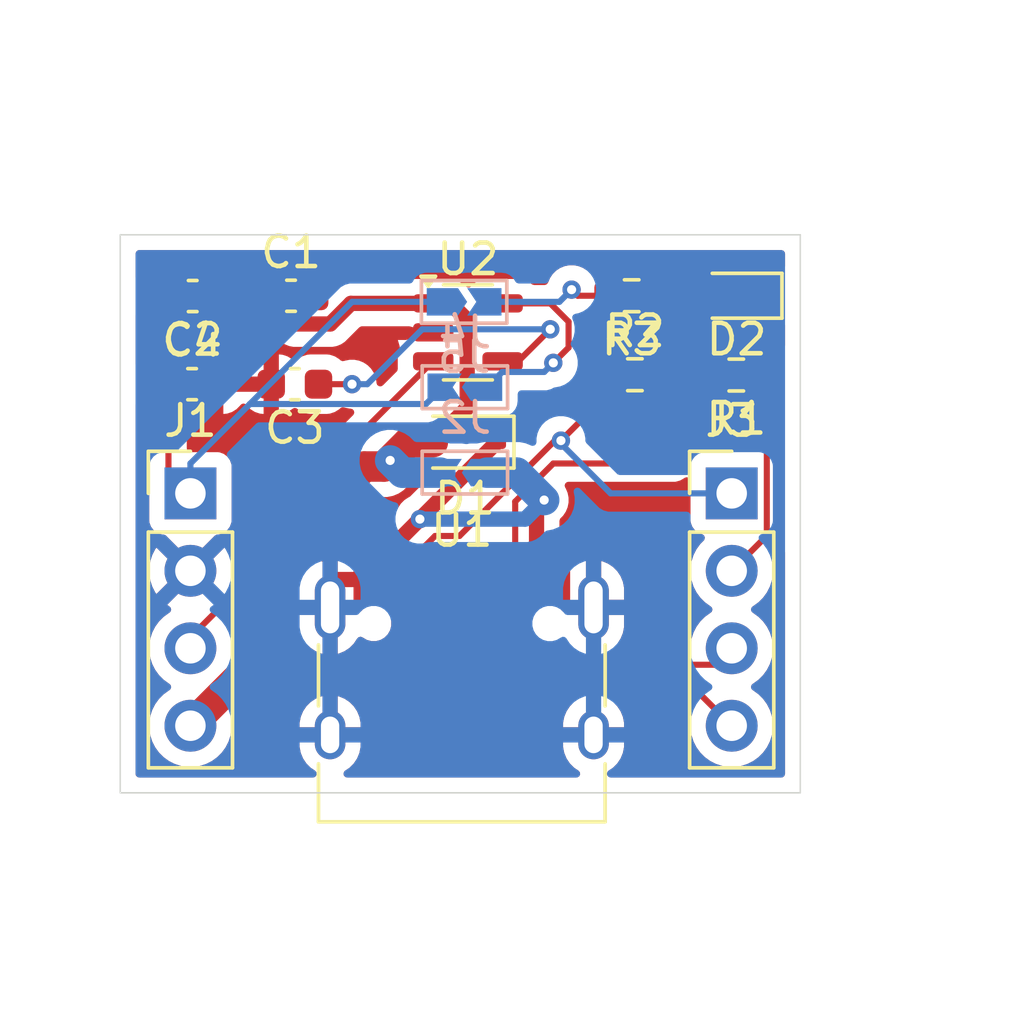
<source format=kicad_pcb>
(kicad_pcb (version 20241229) (generator "pcbnew") (generator_version "9.0")
  (layers (0 "F.Cu" signal) (2 "B.Cu" signal) (13 "F.Paste" user) (15 "B.Paste" user) (5 "F.SilkS" user "F.Silkscreen") (7 "B.SilkS" user "B.Silkscreen") (1 "F.Mask" user) (3 "B.Mask" user) (25 "Edge.Cuts" user))
  (net 0 "")
  (net 1 "5V")
  (net 2 "GND")
  (net 3 "Net-(U2-NC)")
  (net 4 "+3.3V")
  (net 5 "Net-(D1-K)")
  (net 6 "Net-(D2-A)")
  (net 7 "CE")
  (net 8 "CC2")
  (net 9 "D+")
  (net 10 "CC1")
  (net 11 "D-")
  (net 12 "Net-(J4-A)")
  (net 13 "Net-(J5-B)")
  (footprint "Capacitor_SMD:C_0603_1608Metric" (layer "F.Cu") (at 143.8 114.4)
    (property "Reference" "C1" (at 0 -1.43 0) (layer "F.SilkS"))
    (property "Value" "10u")
    (fp_line (start -0.140581 -0.51) (end 0.140581 -0.51) (stroke (width 0.12)) (layer "F.SilkS"))
    (fp_line (start -0.140581 0.51) (end 0.140581 0.51) (stroke (width 0.12)) (layer "F.SilkS"))
    (pad "1" smd roundrect (at -0.775 0) (size 0.9 0.95) (layers "F.Cu" "F.Mask" "F.Paste") (net 1 "5V"))
    (pad "2" smd roundrect (at 0.775 0) (size 0.9 0.95) (layers "F.Cu" "F.Mask" "F.Paste") (net 2 "GND"))
  )
  (footprint "Resistor_SMD:R_0603_1608Metric" (layer "F.Cu") (at 154.969999 114.4 180)
    (property "Reference" "R3" (at 0 -1.43 0) (layer "F.SilkS"))
    (property "Value" "R")
    (fp_line (start -0.237258 0.5225) (end 0.237258 0.5225) (stroke (width 0.12)) (layer "F.SilkS"))
    (fp_line (start -0.237258 -0.5225) (end 0.237258 -0.5225) (stroke (width 0.12)) (layer "F.SilkS"))
    (pad "1" smd roundrect (at -0.825 0 180) (size 0.8 0.95) (layers "F.Cu" "F.Mask" "F.Paste") (net 6 "Net-(D2-A)"))
    (pad "2" smd roundrect (at 0.825 0 180) (size 0.8 0.95) (layers "F.Cu" "F.Mask" "F.Paste") (net 13 "Net-(J5-B)"))
  )
  (footprint "Capacitor_SMD:C_0603_1608Metric" (layer "F.Cu") (at 143.925 117.3 180)
    (property "Reference" "C3" (at 0 -1.43 0) (layer "F.SilkS"))
    (property "Value" "22nF")
    (fp_line (start -0.140581 0.51) (end 0.140581 0.51) (stroke (width 0.12)) (layer "F.SilkS"))
    (fp_line (start -0.140581 -0.51) (end 0.140581 -0.51) (stroke (width 0.12)) (layer "F.SilkS"))
    (pad "1" smd roundrect (at -0.775 0 180) (size 0.9 0.95) (layers "F.Cu" "F.Mask" "F.Paste") (net 3 "Net-(U2-NC)"))
    (pad "2" smd roundrect (at 0.775 0 180) (size 0.9 0.95) (layers "F.Cu" "F.Mask" "F.Paste") (net 2 "GND"))
  )
  (footprint "Package_TO_SOT_SMD:SOT-23-5" (layer "F.Cu") (at 149.6 115.6)
    (property "Reference" "U2" (at 0 -2.4 0) (layer "F.SilkS"))
    (property "Value" "ME6211C33M5")
    (fp_line (start 0 -1.56) (end -0.8 -1.56) (stroke (width 0.12)) (layer "F.SilkS"))
    (fp_line (start 0 -1.56) (end 0.8 -1.56) (stroke (width 0.12)) (layer "F.SilkS"))
    (fp_line (start 0 1.56) (end -0.8 1.56) (stroke (width 0.12)) (layer "F.SilkS"))
    (fp_line (start 0 1.56) (end 0.8 1.56) (stroke (width 0.12)) (layer "F.SilkS"))
    (fp_poly (pts (xy -1.3 -1.51) (xy -1.54 -1.84) (xy -1.06 -1.84)) (stroke (width 0.12)) (fill yes) (layer "F.SilkS"))
    (pad "1" smd roundrect (at -1.1375 -0.95) (size 1.325 0.6) (layers "F.Cu" "F.Mask" "F.Paste") (net 1 "5V"))
    (pad "2" smd roundrect (at -1.1375 0) (size 1.325 0.6) (layers "F.Cu" "F.Mask" "F.Paste") (net 2 "GND"))
    (pad "3" smd roundrect (at -1.1375 0.95) (size 1.325 0.6) (layers "F.Cu" "F.Mask" "F.Paste") (net 7 "CE"))
    (pad "4" smd roundrect (at 1.1375 0.95) (size 1.325 0.6) (layers "F.Cu" "F.Mask" "F.Paste") (net 3 "Net-(U2-NC)"))
    (pad "5" smd roundrect (at 1.1375 -0.95) (size 1.325 0.6) (layers "F.Cu" "F.Mask" "F.Paste") (net 12 "Net-(J4-A)"))
  )
  (footprint "Capacitor_SMD:C_0603_1608Metric" (layer "F.Cu") (at 140.575 114.41 180)
    (property "Reference" "C2" (at 0 -1.43 0) (layer "F.SilkS"))
    (property "Value" "1u")
    (fp_line (start -0.140581 0.51) (end 0.140581 0.51) (stroke (width 0.12)) (layer "F.SilkS"))
    (fp_line (start -0.140581 -0.51) (end 0.140581 -0.51) (stroke (width 0.12)) (layer "F.SilkS"))
    (pad "1" smd roundrect (at -0.775 0 180) (size 0.9 0.95) (layers "F.Cu" "F.Mask" "F.Paste") (net 1 "5V"))
    (pad "2" smd roundrect (at 0.775 0 180) (size 0.9 0.95) (layers "F.Cu" "F.Mask" "F.Paste") (net 2 "GND"))
  )
  (footprint "Capacitor_SMD:C_0603_1608Metric" (layer "F.Cu") (at 140.555 117.3)
    (property "Reference" "C4" (at 0 -1.43 0) (layer "F.SilkS"))
    (property "Value" "1u")
    (fp_line (start -0.14058 -0.51) (end 0.14058 -0.51) (stroke (width 0.12)) (layer "F.SilkS"))
    (fp_line (start -0.14058 0.51) (end 0.14058 0.51) (stroke (width 0.12)) (layer "F.SilkS"))
    (pad "1" smd roundrect (at -0.775 0) (size 0.9 0.95) (layers "F.Cu" "F.Mask" "F.Paste") (net 4 "+3.3V"))
    (pad "2" smd roundrect (at 0.775 0) (size 0.9 0.95) (layers "F.Cu" "F.Mask" "F.Paste") (net 2 "GND"))
  )
  (footprint "LED_SMD:LED_0603_1608Metric" (layer "F.Cu") (at 158.412499 114.4 180)
    (property "Reference" "D2" (at 0 -1.43 0) (layer "F.SilkS"))
    (property "Value" "LED")
    (fp_line (start 0.8 -0.735) (end -1.485 -0.735) (stroke (width 0.12)) (layer "F.SilkS"))
    (fp_line (start -1.485 0.735) (end 0.8 0.735) (stroke (width 0.12)) (layer "F.SilkS"))
    (fp_line (start -1.485 -0.735) (end -1.485 0.735) (stroke (width 0.12)) (layer "F.SilkS"))
    (pad "1" smd roundrect (at -0.787501 0 180) (size 0.875 0.95) (layers "F.Cu" "F.Mask" "F.Paste") (net 2 "GND"))
    (pad "2" smd roundrect (at 0.787501 0 180) (size 0.875 0.95) (layers "F.Cu" "F.Mask" "F.Paste") (net 6 "Net-(D2-A)"))
  )
  (footprint "Connector_USB:USB_C_Receptacle_HRO_TYPE-C-31-M-12" (layer "F.Cu") (at 149.4 127.75)
    (property "Reference" "U1" (at 0 -5.645 0) (layer "F.SilkS"))
    (property "Value" "USB_C_Receptacle_USB2.0_16P")
    (fp_line (start -4.7 -1.9) (end -4.7 0.1) (stroke (width 0.12)) (layer "F.SilkS"))
    (fp_line (start -4.7 2) (end -4.7 3.9) (stroke (width 0.12)) (layer "F.SilkS"))
    (fp_line (start -4.7 3.9) (end 4.7 3.9) (stroke (width 0.12)) (layer "F.SilkS"))
    (fp_line (start 4.7 -1.9) (end 4.7 0.1) (stroke (width 0.12)) (layer "F.SilkS"))
    (fp_line (start 4.7 2) (end 4.7 3.9) (stroke (width 0.12)) (layer "F.SilkS"))
    (pad "" np_thru_hole circle (at -2.89 -2.6) (size 0.65 0.65) (drill 0.65) (layers "*.Cu" "*.Mask"))
    (pad "" np_thru_hole circle (at 2.89 -2.6) (size 0.65 0.65) (drill 0.65) (layers "*.Cu" "*.Mask"))
    (pad "A1" smd rect (at -3.25 -4.045) (size 0.6 1.45) (layers "F.Cu" "F.Mask" "F.Paste") (net 2 "GND"))
    (pad "A4" smd rect (at -2.45 -4.045) (size 0.6 1.45) (layers "F.Cu" "F.Mask" "F.Paste") (net 5 "Net-(D1-K)"))
    (pad "A5" smd rect (at -1.25 -4.045) (size 0.3 1.45) (layers "F.Cu" "F.Mask" "F.Paste") (net 10 "CC1"))
    (pad "A6" smd rect (at -0.25 -4.045) (size 0.3 1.45) (layers "F.Cu" "F.Mask" "F.Paste") (net 9 "D+"))
    (pad "A7" smd rect (at 0.25 -4.045) (size 0.3 1.45) (layers "F.Cu" "F.Mask" "F.Paste") (net 11 "D-"))
    (pad "A8" smd rect (at 1.25 -4.045) (size 0.3 1.45) (layers "F.Cu" "F.Mask" "F.Paste"))
    (pad "A9" smd rect (at 2.45 -4.045) (size 0.6 1.45) (layers "F.Cu" "F.Mask" "F.Paste") (net 5 "Net-(D1-K)"))
    (pad "A12" smd rect (at 3.25 -4.045) (size 0.6 1.45) (layers "F.Cu" "F.Mask" "F.Paste") (net 2 "GND"))
    (pad "B1" smd rect (at 3.25 -4.045) (size 0.6 1.45) (layers "F.Cu" "F.Mask" "F.Paste") (net 2 "GND"))
    (pad "B4" smd rect (at 2.45 -4.045) (size 0.6 1.45) (layers "F.Cu" "F.Mask" "F.Paste") (net 5 "Net-(D1-K)"))
    (pad "B5" smd rect (at 1.75 -4.045) (size 0.3 1.45) (layers "F.Cu" "F.Mask" "F.Paste") (net 8 "CC2"))
    (pad "B6" smd rect (at 0.75 -4.045) (size 0.3 1.45) (layers "F.Cu" "F.Mask" "F.Paste") (net 9 "D+"))
    (pad "B7" smd rect (at -0.75 -4.045) (size 0.3 1.45) (layers "F.Cu" "F.Mask" "F.Paste") (net 11 "D-"))
    (pad "B8" smd rect (at -1.75 -4.045) (size 0.3 1.45) (layers "F.Cu" "F.Mask" "F.Paste"))
    (pad "B9" smd rect (at -2.45 -4.045) (size 0.6 1.45) (layers "F.Cu" "F.Mask" "F.Paste") (net 5 "Net-(D1-K)"))
    (pad "B12" smd rect (at -3.25 -4.045) (size 0.6 1.45) (layers "F.Cu" "F.Mask" "F.Paste") (net 2 "GND"))
    (pad "S1" thru_hole oval (at -4.32 -3.13) (size 1 2.1) (drill oval 0.6 1.7) (property pad_prop_heatsink) (layers "*.Cu" "*.Mask") (net 2 "GND"))
    (pad "S1" thru_hole oval (at -4.32 1.05) (size 1 1.6) (drill oval 0.6 1.2) (property pad_prop_heatsink) (layers "*.Cu" "*.Mask") (net 2 "GND"))
    (pad "S1" thru_hole oval (at 4.32 -3.13) (size 1 2.1) (drill oval 0.6 1.7) (property pad_prop_heatsink) (layers "*.Cu" "*.Mask") (net 2 "GND"))
    (pad "S1" thru_hole oval (at 4.32 1.05) (size 1 1.6) (drill oval 0.6 1.2) (property pad_prop_heatsink) (layers "*.Cu" "*.Mask") (net 2 "GND"))
  )
  (footprint "Resistor_SMD:R_0603_1608Metric" (layer "F.Cu") (at 155.075 116.989998)
    (property "Reference" "R2" (at 0 -1.43 0) (layer "F.SilkS"))
    (property "Value" "5.1K")
    (fp_line (start -0.237258 -0.5225) (end 0.237258 -0.5225) (stroke (width 0.12)) (layer "F.SilkS"))
    (fp_line (start -0.237258 0.5225) (end 0.237258 0.5225) (stroke (width 0.12)) (layer "F.SilkS"))
    (pad "1" smd roundrect (at -0.825 0) (size 0.8 0.95) (layers "F.Cu" "F.Mask" "F.Paste") (net 10 "CC1"))
    (pad "2" smd roundrect (at 0.825 0) (size 0.8 0.95) (layers "F.Cu" "F.Mask" "F.Paste") (net 2 "GND"))
  )
  (footprint "Connector_PinHeader_2.54mm:PinHeader_1x04_P2.54mm_Vertical" (layer "F.Cu") (at 140.5 120.88)
    (property "Reference" "J1" (at 0 -2.38 0) (layer "F.SilkS"))
    (property "Value" "Conn_01x04_Pin")
    (fp_line (start -1.38 -1.38) (end 0 -1.38) (stroke (width 0.12)) (layer "F.SilkS"))
    (fp_line (start -1.38 0) (end -1.38 -1.38) (stroke (width 0.12)) (layer "F.SilkS"))
    (fp_line (start -1.38 1.27) (end -1.38 9) (stroke (width 0.12)) (layer "F.SilkS"))
    (fp_line (start -1.38 1.27) (end 1.38 1.27) (stroke (width 0.12)) (layer "F.SilkS"))
    (fp_line (start -1.38 9) (end 1.38 9) (stroke (width 0.12)) (layer "F.SilkS"))
    (fp_line (start 1.38 1.27) (end 1.38 9) (stroke (width 0.12)) (layer "F.SilkS"))
    (pad "1" thru_hole rect (at 0 0) (size 1.7 1.7) (drill 1) (layers "*.Cu" "*.Mask") (net 4 "+3.3V"))
    (pad "2" thru_hole circle (at 0 2.54) (size 1.7 1.7) (drill 1) (layers "*.Cu" "*.Mask") (net 2 "GND"))
    (pad "3" thru_hole circle (at 0 5.08) (size 1.7 1.7) (drill 1) (layers "*.Cu" "*.Mask") (net 7 "CE"))
    (pad "4" thru_hole circle (at 0 7.62) (size 1.7 1.7) (drill 1) (layers "*.Cu" "*.Mask") (net 1 "5V"))
  )
  (footprint "Diode_SMD:D_SOD-323" (layer "F.Cu") (at 149.5 119.2 180)
    (property "Reference" "D1" (at 0 -1.850001 0) (layer "F.SilkS"))
    (property "Value" "1N5819WS")
    (fp_line (start -1.61 0.85) (end 1.05 0.85) (stroke (width 0.12)) (layer "F.SilkS"))
    (fp_line (start -1.61 -0.85) (end 1.05 -0.85) (stroke (width 0.12)) (layer "F.SilkS"))
    (fp_line (start -1.61 -0.85) (end -1.61 0.85) (stroke (width 0.12)) (layer "F.SilkS"))
    (pad "1" smd roundrect (at -1.05 0 180) (size 0.6 0.45) (layers "F.Cu" "F.Mask" "F.Paste") (net 5 "Net-(D1-K)"))
    (pad "2" smd roundrect (at 1.05 0 180) (size 0.6 0.45) (layers "F.Cu" "F.Mask" "F.Paste") (net 1 "5V"))
  )
  (footprint "Connector_PinHeader_2.54mm:PinHeader_1x04_P2.54mm_Vertical" (layer "F.Cu") (at 158.25 120.88)
    (property "Reference" "J3" (at 0 -2.38 0) (layer "F.SilkS"))
    (property "Value" "Conn_01x04_Pin")
    (fp_line (start -1.38 -1.38) (end 0 -1.38) (stroke (width 0.12)) (layer "F.SilkS"))
    (fp_line (start -1.38 0) (end -1.38 -1.38) (stroke (width 0.12)) (layer "F.SilkS"))
    (fp_line (start -1.38 1.27) (end -1.38 9) (stroke (width 0.12)) (layer "F.SilkS"))
    (fp_line (start -1.38 1.27) (end 1.38 1.27) (stroke (width 0.12)) (layer "F.SilkS"))
    (fp_line (start -1.38 9) (end 1.38 9) (stroke (width 0.12)) (layer "F.SilkS"))
    (fp_line (start 1.38 1.27) (end 1.38 9) (stroke (width 0.12)) (layer "F.SilkS"))
    (pad "1" thru_hole rect (at 0 0) (size 1.7 1.7) (drill 1) (layers "*.Cu" "*.Mask") (net 10 "CC1"))
    (pad "2" thru_hole circle (at 0 2.54) (size 1.7 1.7) (drill 1) (layers "*.Cu" "*.Mask") (net 8 "CC2"))
    (pad "3" thru_hole circle (at 0 5.08) (size 1.7 1.7) (drill 1) (layers "*.Cu" "*.Mask") (net 9 "D+"))
    (pad "4" thru_hole circle (at 0 7.62) (size 1.7 1.7) (drill 1) (layers "*.Cu" "*.Mask") (net 11 "D-"))
  )
  (footprint "Resistor_SMD:R_0603_1608Metric" (layer "F.Cu") (at 158.4 117 180)
    (property "Reference" "R1" (at 0 -1.43 0) (layer "F.SilkS"))
    (property "Value" "5.1K")
    (fp_line (start -0.237258 0.5225) (end 0.237258 0.5225) (stroke (width 0.12)) (layer "F.SilkS"))
    (fp_line (start -0.237258 -0.5225) (end 0.237258 -0.5225) (stroke (width 0.12)) (layer "F.SilkS"))
    (pad "1" smd roundrect (at -0.825 0 180) (size 0.8 0.95) (layers "F.Cu" "F.Mask" "F.Paste") (net 8 "CC2"))
    (pad "2" smd roundrect (at 0.825 0 180) (size 0.8 0.95) (layers "F.Cu" "F.Mask" "F.Paste") (net 2 "GND"))
  )
  (footprint "IOT-Mess-Footprints:Jumpper-triangle" (layer "B.Cu") (at 149.5 117.4 180)
    (property "Reference" "J4" (at 0 1.8 0) (layer "B.SilkS") (effects (justify mirror)))
    (property "Value" "Jumper_2")
    (fp_line (start 1.4 0.7) (end 1.4 -0.7) (stroke (width 0.12)) (layer "B.SilkS"))
    (fp_line (start 1.4 -0.7) (end -1.4 -0.7) (stroke (width 0.12)) (layer "B.SilkS"))
    (fp_line (start -1.4 0.7) (end 1.4 0.7) (stroke (width 0.12)) (layer "B.SilkS"))
    (fp_line (start -1.4 -0.7) (end -1.4 0.7) (stroke (width 0.12)) (layer "B.SilkS"))
    (pad "1" smd custom (at -0.724999 0 180) (size 0.3 0.3) (layers "B.Cu" "B.Mask") (net 12 "Net-(J4-A)") (options (clearance outline) (anchor rect)) (primitives (gr_poly (pts (xy 0.825 0) (xy 0.525 -0.45) (xy -0.5 -0.45) (xy -0.5 0.45) (xy 0.525 0.45)) (width 0) (fill yes))))
    (pad "2" smd custom (at 0.724999 0 180) (size 0.3 0.3) (layers "B.Cu" "B.Mask") (net 4 "+3.3V") (options (clearance outline) (anchor rect)) (primitives (gr_poly (pts (xy 0.5 -0.45) (xy -0.625 -0.45) (xy -0.325 0) (xy -0.625 0.45) (xy 0.5 0.45)) (width 0) (fill yes))))
  )
  (footprint "IOT-Mess-Footprints:Jumpper-triangle" (layer "B.Cu") (at 149.475001 114.6)
    (property "Reference" "J5" (at 0 1.8 0) (layer "B.SilkS") (effects (justify mirror)))
    (property "Value" "Jumper_2")
    (fp_line (start -1.4 -0.7) (end -1.4 0.7) (stroke (width 0.12)) (layer "B.SilkS"))
    (fp_line (start -1.4 0.7) (end 1.4 0.7) (stroke (width 0.12)) (layer "B.SilkS"))
    (fp_line (start 1.4 -0.7) (end -1.4 -0.7) (stroke (width 0.12)) (layer "B.SilkS"))
    (fp_line (start 1.4 0.7) (end 1.4 -0.7) (stroke (width 0.12)) (layer "B.SilkS"))
    (pad "1" smd custom (at -0.724999 0) (size 0.3 0.3) (layers "B.Cu" "B.Mask") (net 4 "+3.3V") (options (clearance outline) (anchor rect)) (primitives (gr_poly (pts (xy 0.825 0) (xy 0.525 -0.45) (xy -0.5 -0.45) (xy -0.5 0.45) (xy 0.525 0.45)) (width 0) (fill yes))))
    (pad "2" smd custom (at 0.724999 0) (size 0.3 0.3) (layers "B.Cu" "B.Mask") (net 13 "Net-(J5-B)") (options (clearance outline) (anchor rect)) (primitives (gr_poly (pts (xy 0.5 -0.45) (xy -0.625 -0.45) (xy -0.325 0) (xy -0.625 0.45) (xy 0.5 0.45)) (width 0) (fill yes))))
  )
  (footprint "IOT-Mess-Footprints:Jumpper-triangle" (layer "B.Cu") (at 149.5 120.2 180)
    (property "Reference" "J2" (at 0 1.8 0) (layer "B.SilkS") (effects (justify mirror)))
    (property "Value" "Jumper_2")
    (fp_line (start 1.4 0.7) (end 1.4 -0.7) (stroke (width 0.12)) (layer "B.SilkS"))
    (fp_line (start 1.4 -0.7) (end -1.4 -0.7) (stroke (width 0.12)) (layer "B.SilkS"))
    (fp_line (start -1.4 0.7) (end 1.4 0.7) (stroke (width 0.12)) (layer "B.SilkS"))
    (fp_line (start -1.4 -0.7) (end -1.4 0.7) (stroke (width 0.12)) (layer "B.SilkS"))
    (pad "1" smd custom (at -0.724999 0 180) (size 0.3 0.3) (layers "B.Cu" "B.Mask") (net 5 "Net-(D1-K)") (options (clearance outline) (anchor rect)) (primitives (gr_poly (pts (xy 0.825 0) (xy 0.525 -0.45) (xy -0.5 -0.45) (xy -0.5 0.45) (xy 0.525 0.45)) (width 0) (fill yes))))
    (pad "2" smd custom (at 0.724999 0 180) (size 0.3 0.3) (layers "B.Cu" "B.Mask") (net 1 "5V") (options (clearance outline) (anchor rect)) (primitives (gr_poly (pts (xy 0.5 -0.45) (xy -0.625 -0.45) (xy -0.325 0) (xy -0.625 0.45) (xy 0.5 0.45)) (width 0) (fill yes))))
  )
  (gr_rect (start 138.2 112.4) (end 160.5 130.7) (stroke (width 0.05)) (fill no) (layer "Edge.Cuts"))
  (segment (start 143.015 114.41) (end 143.025 114.4) (width 0.2) (layer "F.Cu") (net 1))
  (segment (start 148.4625 114.65) (end 149.0291 114.65) (width 0.5) (layer "F.Cu") (net 1))
  (segment (start 145.086242 115.326) (end 143.951 115.326) (width 0.5) (layer "F.Cu") (net 1))
  (segment (start 145.762242 114.65) (end 145.086242 115.326) (width 0.5) (layer "F.Cu") (net 1))
  (segment (start 149.576 118.074) (end 148.45 119.2) (width 0.5) (layer "F.Cu") (net 1))
  (segment (start 147.05 119.8) (end 147.65 119.2) (width 1) (layer "F.Cu") (net 1))
  (segment (start 147.05 119.8) (end 146.85 120) (width 1) (layer "F.Cu") (net 1))
  (segment (start 146.2 120) (end 143.2 123) (width 1) (layer "F.Cu") (net 1))
  (segment (start 143.951 115.326) (end 143.025 114.4) (width 0.5) (layer "F.Cu") (net 1))
  (segment (start 143.2 123) (end 143.2 125.8) (width 1) (layer "F.Cu") (net 1))
  (segment (start 141.349999 114.41) (end 143.015 114.41) (width 0.2) (layer "F.Cu") (net 1))
  (segment (start 143.2 125.8) (end 140.5 128.5) (width 1) (layer "F.Cu") (net 1))
  (segment (start 146.85 120) (end 146.2 120) (width 1) (layer "F.Cu") (net 1))
  (segment (start 148.4625 114.65) (end 145.762242 114.65) (width 0.5) (layer "F.Cu") (net 1))
  (segment (start 149.576 115.1969) (end 149.576 118.074) (width 0.5) (layer "F.Cu") (net 1))
  (segment (start 149.0291 114.65) (end 149.576 115.1969) (width 0.5) (layer "F.Cu") (net 1))
  (segment (start 147.65 119.2) (end 148.45 119.2) (width 1) (layer "F.Cu") (net 1))
  (via (at 147.05 119.8) (size 0.6) (drill 0.3) (layers "F.Cu" "B.Cu") (net 1))
  (segment (start 147.05 119.8) (end 147.45 120.2) (width 1) (layer "B.Cu") (net 1))
  (segment (start 147.45 120.2) (end 148.694096 120.2) (width 1) (layer "B.Cu") (net 1))
  (segment (start 153.72 124.62) (end 153.565 124.62) (width 0.2) (layer "F.Cu") (net 2))
  (segment (start 151.25 116.55) (end 150.7375 116.55) (width 0.2) (layer "F.Cu") (net 3))
  (segment (start 152.3 115.5) (end 151.25 116.55) (width 0.2) (layer "F.Cu") (net 3))
  (segment (start 145.8 117.3) (end 144.7 117.3) (width 0.2) (layer "F.Cu") (net 3))
  (via (at 152.3 115.5) (size 0.6) (drill 0.3) (layers "F.Cu" "B.Cu") (net 3))
  (via (at 145.8 117.3) (size 0.6) (drill 0.3) (layers "F.Cu" "B.Cu") (net 3))
  (segment (start 145.8 117.3) (end 146.3 117.3) (width 0.2) (layer "B.Cu") (net 3))
  (segment (start 148.1 115.5) (end 152.3 115.5) (width 0.2) (layer "B.Cu") (net 3))
  (segment (start 146.3 117.3) (end 148.1 115.5) (width 0.2) (layer "B.Cu") (net 3))
  (segment (start 139.78 120.16) (end 140.5 120.88) (width 0.2) (layer "F.Cu") (net 4))
  (segment (start 139.78 117.3) (end 139.78 120.16) (width 0.2) (layer "F.Cu") (net 4))
  (segment (start 140.5 119.9) (end 140.5 120.88) (width 0.2) (layer "B.Cu") (net 4))
  (segment (start 148.675001 114.6) (end 145.8 114.6) (width 0.2) (layer "B.Cu") (net 4))
  (segment (start 148.225001 117.95) (end 142.45 117.95) (width 0.2) (layer "B.Cu") (net 4))
  (segment (start 142.45 117.95) (end 140.5 119.9) (width 0.2) (layer "B.Cu") (net 4))
  (segment (start 148.775001 117.4) (end 148.225001 117.95) (width 0.2) (layer "B.Cu") (net 4))
  (segment (start 145.8 114.6) (end 142.45 117.95) (width 0.2) (layer "B.Cu") (net 4))
  (segment (start 146.95 123.705) (end 146.95 122.8) (width 0.5) (layer "F.Cu") (net 5))
  (segment (start 151.85 121.35) (end 152.1 121.1) (width 0.5) (layer "F.Cu") (net 5))
  (segment (start 151.85 123.705) (end 151.85 121.35) (width 0.5) (layer "F.Cu") (net 5))
  (segment (start 150.55 119.2) (end 148.025 121.725) (width 0.5) (layer "F.Cu") (net 5))
  (segment (start 146.95 122.8) (end 148.025 121.725) (width 0.5) (layer "F.Cu") (net 5))
  (via (at 148.025 121.725) (size 0.6) (drill 0.3) (layers "F.Cu" "B.Cu") (net 5))
  (via (at 152.1 121.1) (size 0.6) (drill 0.3) (layers "F.Cu" "B.Cu") (net 5))
  (segment (start 148.15 121.6) (end 148.025 121.725) (width 0.2) (layer "B.Cu") (net 5))
  (segment (start 151.2 120.2) (end 152.1 121.1) (width 1) (layer "B.Cu") (net 5))
  (segment (start 150.224999 120.2) (end 151.2 120.2) (width 1) (layer "B.Cu") (net 5))
  (segment (start 152.1 121.1) (end 151.475 121.725) (width 0.5) (layer "B.Cu") (net 5))
  (segment (start 151.475 121.725) (end 148.025 121.725) (width 0.5) (layer "B.Cu") (net 5))
  (segment (start 155.794999 114.4) (end 157.624998 114.4) (width 0.2) (layer "F.Cu") (net 6))
  (segment (start 148.4625 116.55) (end 148.45 116.55) (width 0.2) (layer "F.Cu") (net 7))
  (segment (start 142.2 123.9) (end 140.5 125.6) (width 0.2) (layer "F.Cu") (net 7))
  (segment (start 142.2 122.8) (end 142.2 123.9) (width 0.2) (layer "F.Cu") (net 7))
  (segment (start 148.45 116.55) (end 142.2 122.8) (width 0.2) (layer "F.Cu") (net 7))
  (segment (start 140.5 125.6) (end 140.5 125.96) (width 0.2) (layer "F.Cu") (net 7))
  (segment (start 156.325 119.9) (end 159.225 117) (width 0.2) (layer "F.Cu") (net 8))
  (segment (start 151.15 123.705) (end 151.15 121.15) (width 0.2) (layer "F.Cu") (net 8))
  (segment (start 159.401 117.176) (end 159.401 122.269) (width 0.2) (layer "F.Cu") (net 8))
  (segment (start 159.401 122.269) (end 158.25 123.42) (width 0.2) (layer "F.Cu") (net 8))
  (segment (start 152.4 119.9) (end 156.325 119.9) (width 0.2) (layer "F.Cu") (net 8))
  (segment (start 159.225 117) (end 159.401 117.176) (width 0.2) (layer "F.Cu") (net 8))
  (segment (start 151.15 121.15) (end 152.4 119.9) (width 0.2) (layer "F.Cu") (net 8))
  (segment (start 150.15 122.851) (end 150.15 123.705) (width 0.2) (layer "F.Cu") (net 9))
  (segment (start 149.3 122.679) (end 149.978 122.679) (width 0.2) (layer "F.Cu") (net 9))
  (segment (start 150.15 124.682) (end 150.15 123.705) (width 0.2) (layer "F.Cu") (net 9))
  (segment (start 151.968 126.5) (end 150.15 124.682) (width 0.2) (layer "F.Cu") (net 9))
  (segment (start 149.15 123.705) (end 149.15 122.829) (width 0.2) (layer "F.Cu") (net 9))
  (segment (start 158.25 125.96) (end 157.71 126.5) (width 0.2) (layer "F.Cu") (net 9))
  (segment (start 149.15 122.829) (end 149.3 122.679) (width 0.2) (layer "F.Cu") (net 9))
  (segment (start 149.978 122.679) (end 150.15 122.851) (width 0.2) (layer "F.Cu") (net 9))
  (segment (start 157.71 126.5) (end 151.968 126.5) (width 0.2) (layer "F.Cu") (net 9))
  (segment (start 148.15 123.705) (end 148.15 123.45) (width 0.2) (layer "F.Cu") (net 10))
  (segment (start 148.522 122.278) (end 149.322 122.278) (width 0.2) (layer "F.Cu") (net 10))
  (segment (start 148.15 123.45) (end 148.199 123.401) (width 0.2) (layer "F.Cu") (net 10))
  (segment (start 152.45 119.15) (end 152.65 119.15) (width 0.2) (layer "F.Cu") (net 10))
  (segment (start 154.25 117.55) (end 154.25 116.989998) (width 0.2) (layer "F.Cu") (net 10))
  (segment (start 148.199 122.601) (end 148.522 122.278) (width 0.2) (layer "F.Cu") (net 10))
  (segment (start 152.65 119.15) (end 154.25 117.55) (width 0.2) (layer "F.Cu") (net 10))
  (segment (start 148.199 123.401) (end 148.199 122.601) (width 0.2) (layer "F.Cu") (net 10))
  (segment (start 149.322 122.278) (end 152.45 119.15) (width 0.2) (layer "F.Cu") (net 10))
  (via (at 152.65 119.15) (size 0.6) (drill 0.3) (layers "F.Cu" "B.Cu") (net 10))
  (segment (start 154.28 120.88) (end 158.25 120.88) (width 0.2) (layer "B.Cu") (net 10))
  (segment (start 152.65 119.25) (end 154.28 120.88) (width 0.2) (layer "B.Cu") (net 10))
  (segment (start 152.65 119.15) (end 152.65 119.25) (width 0.2) (layer "B.Cu") (net 10))
  (segment (start 156.75 127) (end 151.9009 127) (width 0.2) (layer "F.Cu") (net 11))
  (segment (start 148.65 124.682) (end 148.699 124.731) (width 0.2) (layer "F.Cu") (net 11))
  (segment (start 149.601 124.731) (end 149.65 124.682) (width 0.2) (layer "F.Cu") (net 11))
  (segment (start 148.65 123.705) (end 148.65 124.682) (width 0.2) (layer "F.Cu") (net 11))
  (segment (start 149.65 124.682) (end 149.65 123.705) (width 0.2) (layer "F.Cu") (net 11))
  (segment (start 158.25 128.5) (end 156.75 127) (width 0.2) (layer "F.Cu") (net 11))
  (segment (start 149.65 124.7491) (end 149.65 123.705) (width 0.2) (layer "F.Cu") (net 11))
  (segment (start 151.9009 127) (end 149.65 124.7491) (width 0.2) (layer "F.Cu") (net 11))
  (segment (start 148.699 124.731) (end 149.601 124.731) (width 0.2) (layer "F.Cu") (net 11))
  (segment (start 152.901 115.251057) (end 152.901 116.099) (width 0.2) (layer "F.Cu") (net 12))
  (segment (start 150.7375 114.65) (end 152.299943 114.65) (width 0.2) (layer "F.Cu") (net 12))
  (segment (start 152.901 116.099) (end 152.4 116.6) (width 0.2) (layer "F.Cu") (net 12))
  (segment (start 152.299943 114.65) (end 152.901 115.251057) (width 0.2) (layer "F.Cu") (net 12))
  (via (at 152.4 116.6) (size 0.6) (drill 0.3) (layers "F.Cu" "B.Cu") (net 12))
  (segment (start 152.1 116.9) (end 150.724999 116.9) (width 0.2) (layer "B.Cu") (net 12))
  (segment (start 150.724999 116.9) (end 150.224999 117.4) (width 0.2) (layer "B.Cu") (net 12))
  (segment (start 152.4 116.6) (end 152.1 116.9) (width 0.2) (layer "B.Cu") (net 12))
  (segment (start 154.144999 114.4) (end 153.2 114.4) (width 0.2) (layer "F.Cu") (net 13))
  (segment (start 153.2 114.4) (end 153 114.2) (width 0.2) (layer "F.Cu") (net 13))
  (via (at 153 114.2) (size 0.6) (drill 0.3) (layers "F.Cu" "B.Cu") (net 13))
  (segment (start 152.6 114.6) (end 150.124999 114.6) (width 0.2) (layer "B.Cu") (net 13))
  (segment (start 153 114.2) (end 152.6 114.6) (width 0.2) (layer "B.Cu") (net 13))
  (zone (net 2) (net_name "GND") (layers "F.Cu" "B.Cu") (connect_pads (clearance 0.5)) (min_thickness 0.25) (fill yes (thermal_gap 0.5) (thermal_bridge_width 0.5))
    (polygon (pts (xy 138.3 130.3) (xy 138.3 112.7) (xy 160.4 112.7) (xy 160.4 130.3)))
  )
)
</source>
